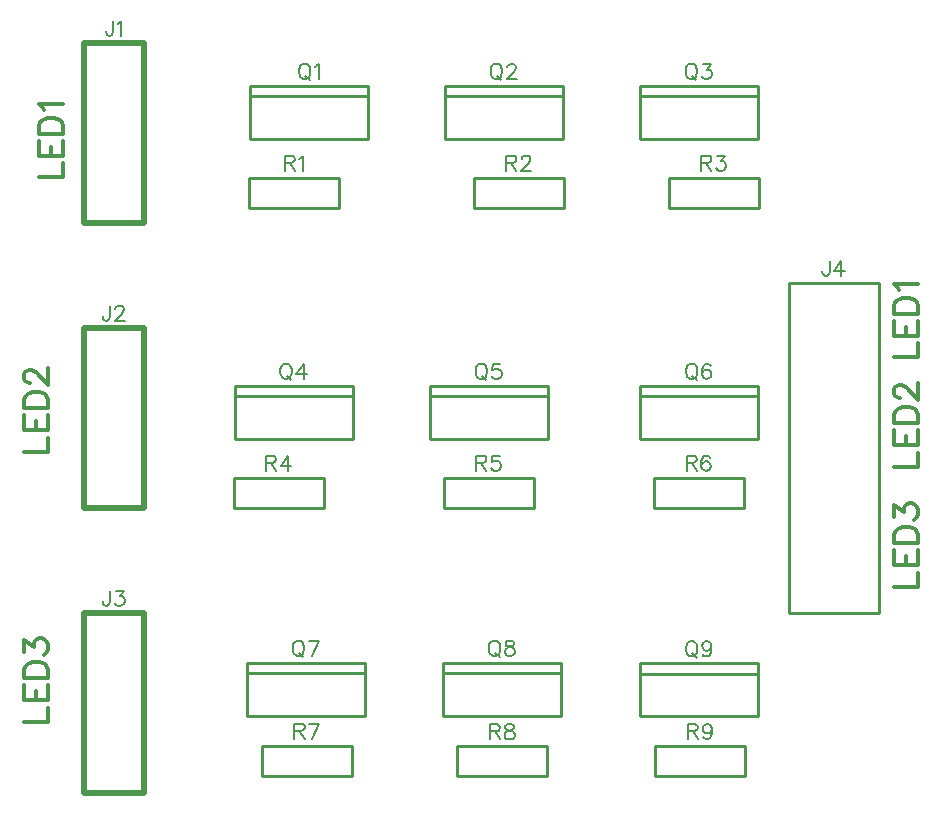
<source format=gbr>
G04 DipTrace 3.2.0.1*
G04 TopSilk.gbr*
%MOIN*%
G04 #@! TF.FileFunction,Legend,Top*
G04 #@! TF.Part,Single*
%ADD10C,0.009843*%
%ADD14C,0.019685*%
%ADD45C,0.00772*%
%ADD46C,0.012351*%
%FSLAX26Y26*%
G04*
G70*
G90*
G75*
G01*
G04 TopSilk*
%LPD*%
X893701Y3143701D2*
D14*
X693701D1*
Y2543701D1*
X893701D1*
Y3143701D1*
Y2193701D2*
X693701D1*
Y1593701D1*
X893701D1*
Y2193701D1*
Y1243701D2*
X693701D1*
Y643701D1*
X893701D1*
Y1243701D1*
X3343701Y2343701D2*
D10*
X3043701D1*
Y1243701D1*
X3343701D1*
Y2343701D1*
X1246850Y3000000D2*
X1640551D1*
Y2822835D1*
X1246850D1*
Y3000000D1*
Y2964567D2*
X1640551D1*
X1896850Y3000000D2*
X2290551D1*
Y2822835D1*
X1896850D1*
Y3000000D1*
Y2964567D2*
X2290551D1*
X2546850Y3000000D2*
X2940551D1*
Y2822835D1*
X2546850D1*
Y3000000D1*
Y2964567D2*
X2940551D1*
X1196850Y2000000D2*
X1590551D1*
Y1822835D1*
X1196850D1*
Y2000000D1*
Y1964567D2*
X1590551D1*
X1846850Y2000000D2*
X2240551D1*
Y1822835D1*
X1846850D1*
Y2000000D1*
Y1964567D2*
X2240551D1*
X2546850Y2000000D2*
X2940551D1*
Y1822835D1*
X2546850D1*
Y2000000D1*
Y1964567D2*
X2940551D1*
X1237278Y1076604D2*
X1630979D1*
Y899438D1*
X1237278D1*
Y1076604D1*
Y1041171D2*
X1630979D1*
X1890713Y1076896D2*
X2284413D1*
Y899731D1*
X1890713D1*
Y1076896D1*
Y1041463D2*
X2284413D1*
X2546551Y1075144D2*
X2940252D1*
Y897979D1*
X2546551D1*
Y1075144D1*
Y1039711D2*
X2940252D1*
X1243621Y2693701D2*
X1543781D1*
Y2593701D2*
Y2693701D1*
X1243621Y2593701D2*
X1543781D1*
X1243621D2*
Y2693701D1*
X1993621D2*
X2293781D1*
Y2593701D2*
Y2693701D1*
X1993621Y2593701D2*
X2293781D1*
X1993621D2*
Y2693701D1*
X2643621D2*
X2943781D1*
Y2593701D2*
Y2693701D1*
X2643621Y2593701D2*
X2943781D1*
X2643621D2*
Y2693701D1*
X1193621Y1693701D2*
X1493781D1*
Y1593701D2*
Y1693701D1*
X1193621Y1593701D2*
X1493781D1*
X1193621D2*
Y1693701D1*
X1893621D2*
X2193781D1*
Y1593701D2*
Y1693701D1*
X1893621Y1593701D2*
X2193781D1*
X1893621D2*
Y1693701D1*
X2593621D2*
X2893781D1*
Y1593701D2*
Y1693701D1*
X2593621Y1593701D2*
X2893781D1*
X2593621D2*
Y1693701D1*
X1287408Y800660D2*
X1587568D1*
Y700660D2*
Y800660D1*
X1287408Y700660D2*
X1587568D1*
X1287408D2*
Y800660D1*
X1938965Y798697D2*
X2239125D1*
Y698697D2*
Y798697D1*
X1938965Y698697D2*
X2239125D1*
X1938965D2*
Y798697D1*
X2598098Y799388D2*
X2898258D1*
Y699388D2*
Y799388D1*
X2598098Y699388D2*
X2898258D1*
X2598098D2*
Y799388D1*
X791950Y3216924D2*
D45*
Y3178677D1*
X789574Y3171492D1*
X787142Y3169116D1*
X782389Y3166684D1*
X777580D1*
X772827Y3169116D1*
X770450Y3171492D1*
X768019Y3178677D1*
Y3183431D1*
X807390Y3207307D2*
X812198Y3209739D1*
X819383Y3216869D1*
Y3166684D1*
X781200Y2266924D2*
Y2228677D1*
X778824Y2221492D1*
X776392Y2219116D1*
X771639Y2216684D1*
X766830D1*
X762077Y2219116D1*
X759701Y2221492D1*
X757269Y2228677D1*
Y2233431D1*
X799071Y2254930D2*
Y2257307D1*
X801448Y2262115D1*
X803825Y2264492D1*
X808633Y2266869D1*
X818195D1*
X822948Y2264492D1*
X825324Y2262115D1*
X827756Y2257307D1*
Y2252554D1*
X825324Y2247745D1*
X820571Y2240616D1*
X796640Y2216684D1*
X830133D1*
X781200Y1316924D2*
Y1278677D1*
X778824Y1271492D1*
X776392Y1269116D1*
X771639Y1266684D1*
X766830D1*
X762077Y1269116D1*
X759701Y1271492D1*
X757269Y1278677D1*
Y1283431D1*
X801448Y1316869D2*
X827701D1*
X813386Y1297745D1*
X820571D1*
X825324Y1295369D1*
X827701Y1292992D1*
X830133Y1285807D1*
Y1281054D1*
X827701Y1273869D1*
X822948Y1269060D1*
X815763Y1266684D1*
X808578D1*
X801448Y1269060D1*
X799071Y1271492D1*
X796640Y1276245D1*
X3180012Y2416924D2*
Y2378677D1*
X3177635Y2371492D1*
X3175204Y2369116D1*
X3170450Y2366684D1*
X3165642D1*
X3160889Y2369116D1*
X3158512Y2371492D1*
X3156080Y2378677D1*
Y2383431D1*
X3219383Y2366684D2*
Y2416869D1*
X3195451Y2383431D1*
X3231321D1*
X1425204Y3073223D2*
X1420450Y3070902D1*
X1415642Y3066093D1*
X1413265Y3061285D1*
X1410834Y3054100D1*
Y3042162D1*
X1413265Y3034977D1*
X1415642Y3030223D1*
X1420450Y3025415D1*
X1425204Y3023038D1*
X1434765D1*
X1439574Y3025415D1*
X1444327Y3030223D1*
X1446703Y3034977D1*
X1449135Y3042162D1*
Y3054100D1*
X1446703Y3061285D1*
X1444327Y3066093D1*
X1439574Y3070902D1*
X1434765Y3073223D1*
X1425204D1*
X1432389Y3032600D2*
X1446703Y3018230D1*
X1464575Y3063606D2*
X1469383Y3066038D1*
X1476568Y3073168D1*
Y3022983D1*
X2064454Y3073223D2*
X2059701Y3070902D1*
X2054892Y3066093D1*
X2052515Y3061285D1*
X2050084Y3054100D1*
Y3042162D1*
X2052515Y3034977D1*
X2054892Y3030223D1*
X2059701Y3025415D1*
X2064454Y3023038D1*
X2074015D1*
X2078824Y3025415D1*
X2083577Y3030223D1*
X2085954Y3034977D1*
X2088385Y3042162D1*
Y3054100D1*
X2085954Y3061285D1*
X2083577Y3066093D1*
X2078824Y3070902D1*
X2074015Y3073223D1*
X2064454D1*
X2071639Y3032600D2*
X2085954Y3018230D1*
X2106256Y3061230D2*
Y3063606D1*
X2108633Y3068415D1*
X2111010Y3070791D1*
X2115818Y3073168D1*
X2125380D1*
X2130133Y3070791D1*
X2132510Y3068415D1*
X2134941Y3063606D1*
Y3058853D1*
X2132510Y3054045D1*
X2127756Y3046915D1*
X2103825Y3022983D1*
X2137318D1*
X2714454Y3073223D2*
X2709701Y3070902D1*
X2704892Y3066093D1*
X2702515Y3061285D1*
X2700084Y3054100D1*
Y3042162D1*
X2702515Y3034977D1*
X2704892Y3030223D1*
X2709701Y3025415D1*
X2714454Y3023038D1*
X2724015D1*
X2728824Y3025415D1*
X2733577Y3030223D1*
X2735954Y3034977D1*
X2738385Y3042162D1*
Y3054100D1*
X2735954Y3061285D1*
X2733577Y3066093D1*
X2728824Y3070902D1*
X2724015Y3073223D1*
X2714454D1*
X2721639Y3032600D2*
X2735954Y3018230D1*
X2758633Y3073168D2*
X2784886D1*
X2770571Y3054045D1*
X2777756D1*
X2782510Y3051668D1*
X2784886Y3049291D1*
X2787318Y3042106D1*
Y3037353D1*
X2784886Y3030168D1*
X2780133Y3025360D1*
X2772948Y3022983D1*
X2765763D1*
X2758633Y3025360D1*
X2756256Y3027792D1*
X2753825Y3032545D1*
X1363265Y2073223D2*
X1358512Y2070902D1*
X1353704Y2066093D1*
X1351327Y2061285D1*
X1348895Y2054100D1*
Y2042162D1*
X1351327Y2034977D1*
X1353704Y2030223D1*
X1358512Y2025415D1*
X1363265Y2023038D1*
X1372827D1*
X1377635Y2025415D1*
X1382389Y2030223D1*
X1384765Y2034977D1*
X1387197Y2042162D1*
Y2054100D1*
X1384765Y2061285D1*
X1382389Y2066093D1*
X1377635Y2070902D1*
X1372827Y2073223D1*
X1363265D1*
X1370450Y2032600D2*
X1384765Y2018230D1*
X1426568Y2022983D2*
Y2073168D1*
X1402636Y2039730D1*
X1438506D1*
X2014454Y2073223D2*
X2009701Y2070902D1*
X2004892Y2066093D1*
X2002515Y2061285D1*
X2000084Y2054100D1*
Y2042162D1*
X2002515Y2034977D1*
X2004892Y2030223D1*
X2009701Y2025415D1*
X2014454Y2023038D1*
X2024015D1*
X2028824Y2025415D1*
X2033577Y2030223D1*
X2035954Y2034977D1*
X2038385Y2042162D1*
Y2054100D1*
X2035954Y2061285D1*
X2033577Y2066093D1*
X2028824Y2070902D1*
X2024015Y2073223D1*
X2014454D1*
X2021639Y2032600D2*
X2035954Y2018230D1*
X2082510Y2073168D2*
X2058633D1*
X2056256Y2051668D1*
X2058633Y2054045D1*
X2065818Y2056476D1*
X2072948D1*
X2080133Y2054045D1*
X2084941Y2049291D1*
X2087318Y2042106D1*
Y2037353D1*
X2084941Y2030168D1*
X2080133Y2025360D1*
X2072948Y2022983D1*
X2065818D1*
X2058633Y2025360D1*
X2056256Y2027792D1*
X2053825Y2032545D1*
X2715670Y2073223D2*
X2710916Y2070902D1*
X2706108Y2066093D1*
X2703731Y2061285D1*
X2701300Y2054100D1*
Y2042162D1*
X2703731Y2034977D1*
X2706108Y2030223D1*
X2710916Y2025415D1*
X2715670Y2023038D1*
X2725231D1*
X2730040Y2025415D1*
X2734793Y2030223D1*
X2737169Y2034977D1*
X2739601Y2042162D1*
Y2054100D1*
X2737169Y2061285D1*
X2734793Y2066093D1*
X2730040Y2070902D1*
X2725231Y2073223D1*
X2715670D1*
X2722855Y2032600D2*
X2737169Y2018230D1*
X2783725Y2066038D2*
X2781349Y2070791D1*
X2774164Y2073168D1*
X2769411D1*
X2762226Y2070791D1*
X2757417Y2063606D1*
X2755041Y2051668D1*
Y2039730D1*
X2757417Y2030168D1*
X2762226Y2025360D1*
X2769411Y2022983D1*
X2771787D1*
X2778917Y2025360D1*
X2783725Y2030168D1*
X2786102Y2037353D1*
Y2039730D1*
X2783725Y2046915D1*
X2778917Y2051668D1*
X2771787Y2054045D1*
X2769411D1*
X2762226Y2051668D1*
X2757417Y2046915D1*
X2755041Y2039730D1*
X1404882Y1149827D2*
X1400128Y1147505D1*
X1395320Y1142697D1*
X1392943Y1137889D1*
X1390511Y1130703D1*
Y1118765D1*
X1392943Y1111580D1*
X1395320Y1106827D1*
X1400128Y1102019D1*
X1404882Y1099642D1*
X1414443D1*
X1419252Y1102019D1*
X1424005Y1106827D1*
X1426381Y1111580D1*
X1428813Y1118765D1*
Y1130703D1*
X1426381Y1137889D1*
X1424005Y1142697D1*
X1419252Y1147505D1*
X1414443Y1149827D1*
X1404882D1*
X1412067Y1109204D2*
X1426381Y1094834D1*
X1453814Y1099587D2*
X1477746Y1149771D1*
X1444252D1*
X2058344Y1150119D2*
X2053590Y1147798D1*
X2048782Y1142990D1*
X2046405Y1138181D1*
X2043973Y1130996D1*
Y1119058D1*
X2046405Y1111873D1*
X2048782Y1107120D1*
X2053590Y1102311D1*
X2058344Y1099935D1*
X2067905D1*
X2072714Y1102311D1*
X2077467Y1107120D1*
X2079843Y1111873D1*
X2082275Y1119058D1*
Y1130996D1*
X2079843Y1138181D1*
X2077467Y1142990D1*
X2072714Y1147798D1*
X2067905Y1150119D1*
X2058344D1*
X2065529Y1109496D2*
X2079843Y1095126D1*
X2109653Y1150064D2*
X2102523Y1147688D1*
X2100091Y1142934D1*
Y1138126D1*
X2102523Y1133373D1*
X2107276Y1130941D1*
X2116838Y1128564D1*
X2124023Y1126188D1*
X2128776Y1121379D1*
X2131153Y1116626D1*
Y1109441D1*
X2128776Y1104688D1*
X2126399Y1102256D1*
X2119214Y1099879D1*
X2109653D1*
X2102523Y1102256D1*
X2100091Y1104688D1*
X2097714Y1109441D1*
Y1116626D1*
X2100091Y1121379D1*
X2104900Y1126188D1*
X2112029Y1128564D1*
X2121591Y1130941D1*
X2126399Y1133373D1*
X2128776Y1138126D1*
Y1142934D1*
X2126399Y1147688D1*
X2119214Y1150064D1*
X2109653D1*
X2715343Y1148367D2*
X2710590Y1146046D1*
X2705781Y1141238D1*
X2703405Y1136429D1*
X2700973Y1129244D1*
Y1117306D1*
X2703405Y1110121D1*
X2705781Y1105368D1*
X2710590Y1100559D1*
X2715343Y1098183D1*
X2724904D1*
X2729713Y1100559D1*
X2734466Y1105368D1*
X2736843Y1110121D1*
X2739274Y1117306D1*
Y1129244D1*
X2736843Y1136429D1*
X2734466Y1141238D1*
X2729713Y1146046D1*
X2724904Y1148367D1*
X2715343D1*
X2722528Y1107744D2*
X2736843Y1093374D1*
X2785830Y1131621D2*
X2783399Y1124436D1*
X2778645Y1119627D1*
X2771460Y1117251D1*
X2769084D1*
X2761899Y1119627D1*
X2757146Y1124436D1*
X2754714Y1131621D1*
Y1133997D1*
X2757146Y1141182D1*
X2761899Y1145936D1*
X2769084Y1148312D1*
X2771460D1*
X2778645Y1145936D1*
X2783399Y1141182D1*
X2785830Y1131621D1*
Y1119627D1*
X2783399Y1107689D1*
X2778645Y1100504D1*
X2771460Y1098127D1*
X2766707D1*
X2759522Y1100504D1*
X2757146Y1105312D1*
X1363238Y2742992D2*
X1384738D1*
X1391923Y2745424D1*
X1394354Y2747801D1*
X1396731Y2752554D1*
Y2757362D1*
X1394354Y2762115D1*
X1391923Y2764547D1*
X1384738Y2766924D1*
X1363238D1*
Y2716684D1*
X1379984Y2742992D2*
X1396731Y2716684D1*
X1412170Y2757307D2*
X1416979Y2759739D1*
X1424164Y2766869D1*
Y2716684D1*
X2102488Y2742992D2*
X2123988D1*
X2131173Y2745424D1*
X2133605Y2747801D1*
X2135981Y2752554D1*
Y2757362D1*
X2133605Y2762115D1*
X2131173Y2764547D1*
X2123988Y2766924D1*
X2102488D1*
Y2716684D1*
X2119234Y2742992D2*
X2135981Y2716684D1*
X2153852Y2754930D2*
Y2757307D1*
X2156229Y2762115D1*
X2158605Y2764492D1*
X2163414Y2766869D1*
X2172976D1*
X2177729Y2764492D1*
X2180105Y2762115D1*
X2182537Y2757307D1*
Y2752554D1*
X2180105Y2747745D1*
X2175352Y2740616D1*
X2151420Y2716684D1*
X2184914D1*
X2752488Y2742992D2*
X2773988D1*
X2781173Y2745424D1*
X2783605Y2747801D1*
X2785981Y2752554D1*
Y2757362D1*
X2783605Y2762115D1*
X2781173Y2764547D1*
X2773988Y2766924D1*
X2752488D1*
Y2716684D1*
X2769234Y2742992D2*
X2785981Y2716684D1*
X2806229Y2766869D2*
X2832482D1*
X2818167Y2747745D1*
X2825352D1*
X2830105Y2745369D1*
X2832482Y2742992D1*
X2834914Y2735807D1*
Y2731054D1*
X2832482Y2723869D1*
X2827729Y2719060D1*
X2820544Y2716684D1*
X2813359D1*
X2806229Y2719060D1*
X2803852Y2721492D1*
X2801420Y2726245D1*
X1301300Y1742992D2*
X1322799D1*
X1329984Y1745424D1*
X1332416Y1747801D1*
X1334793Y1752554D1*
Y1757362D1*
X1332416Y1762115D1*
X1329984Y1764547D1*
X1322799Y1766924D1*
X1301300D1*
Y1716684D1*
X1318046Y1742992D2*
X1334793Y1716684D1*
X1374164D2*
Y1766869D1*
X1350232Y1733431D1*
X1386102D1*
X2002488Y1742992D2*
X2023988D1*
X2031173Y1745424D1*
X2033605Y1747801D1*
X2035981Y1752554D1*
Y1757362D1*
X2033605Y1762115D1*
X2031173Y1764547D1*
X2023988Y1766924D1*
X2002488D1*
Y1716684D1*
X2019234Y1742992D2*
X2035981Y1716684D1*
X2080105Y1766869D2*
X2056229D1*
X2053852Y1745369D1*
X2056229Y1747745D1*
X2063414Y1750177D1*
X2070544D1*
X2077729Y1747745D1*
X2082537Y1742992D1*
X2084914Y1735807D1*
Y1731054D1*
X2082537Y1723869D1*
X2077729Y1719060D1*
X2070544Y1716684D1*
X2063414D1*
X2056229Y1719060D1*
X2053852Y1721492D1*
X2051420Y1726245D1*
X2703704Y1742992D2*
X2725204D1*
X2732389Y1745424D1*
X2734821Y1747801D1*
X2737197Y1752554D1*
Y1757362D1*
X2734821Y1762115D1*
X2732389Y1764547D1*
X2725204Y1766924D1*
X2703704D1*
Y1716684D1*
X2720450Y1742992D2*
X2737197Y1716684D1*
X2781321Y1759739D2*
X2778945Y1764492D1*
X2771760Y1766869D1*
X2767006D1*
X2759821Y1764492D1*
X2755013Y1757307D1*
X2752636Y1745369D1*
Y1733431D1*
X2755013Y1723869D1*
X2759821Y1719060D1*
X2767006Y1716684D1*
X2769383D1*
X2776513Y1719060D1*
X2781321Y1723869D1*
X2783698Y1731054D1*
Y1733431D1*
X2781321Y1740616D1*
X2776513Y1745369D1*
X2769383Y1747745D1*
X2767006D1*
X2759821Y1745369D1*
X2755013Y1740616D1*
X2752636Y1733431D1*
X1396275Y849951D2*
X1417775D1*
X1424960Y852383D1*
X1427392Y854760D1*
X1429769Y859513D1*
Y864322D1*
X1427392Y869075D1*
X1424960Y871507D1*
X1417775Y873883D1*
X1396275D1*
Y823643D1*
X1413022Y849951D2*
X1429769Y823643D1*
X1454769D2*
X1478701Y873828D1*
X1445208D1*
X2047859Y847988D2*
X2069359D1*
X2076544Y850420D1*
X2078976Y852797D1*
X2081353Y857550D1*
Y862358D1*
X2078976Y867111D1*
X2076544Y869543D1*
X2069359Y871920D1*
X2047859D1*
Y821680D1*
X2064606Y847988D2*
X2081353Y821680D1*
X2108730Y871865D2*
X2101600Y869488D1*
X2099168Y864735D1*
Y859926D1*
X2101600Y855173D1*
X2106354Y852741D1*
X2115915Y850365D1*
X2123100Y847988D1*
X2127853Y843180D1*
X2130230Y838427D1*
Y831242D1*
X2127853Y826488D1*
X2125477Y824057D1*
X2118292Y821680D1*
X2108730D1*
X2101600Y824057D1*
X2099168Y826488D1*
X2096792Y831242D1*
Y838427D1*
X2099168Y843180D1*
X2103977Y847988D1*
X2111107Y850365D1*
X2120668Y852741D1*
X2125477Y855173D1*
X2127853Y859926D1*
Y864735D1*
X2125477Y869488D1*
X2118292Y871865D1*
X2108730D1*
X2708154Y848680D2*
X2729654D1*
X2736839Y851112D1*
X2739271Y853488D1*
X2741647Y858241D1*
Y863050D1*
X2739271Y867803D1*
X2736839Y870235D1*
X2729654Y872612D1*
X2708154D1*
Y822372D1*
X2724900Y848680D2*
X2741647Y822372D1*
X2788203Y855865D2*
X2785771Y848680D1*
X2781018Y843871D1*
X2773833Y841495D1*
X2771456D1*
X2764271Y843871D1*
X2759518Y848680D1*
X2757086Y855865D1*
Y858241D1*
X2759518Y865426D1*
X2764271Y870180D1*
X2771456Y872556D1*
X2773833D1*
X2781018Y870180D1*
X2785771Y865426D1*
X2788203Y855865D1*
Y843871D1*
X2785771Y831933D1*
X2781018Y824748D1*
X2773833Y822372D1*
X2769080D1*
X2761895Y824748D1*
X2759518Y829557D1*
X3394934Y2095413D2*
D46*
X3475318D1*
X3475319Y2141309D1*
X3394934Y2215710D2*
Y2166012D1*
X3475318D1*
Y2215710D1*
X3433225Y2166012D2*
Y2196609D1*
X3394934Y2240413D2*
X3475318D1*
Y2267208D1*
X3471427Y2278704D1*
X3463822Y2286397D1*
X3456129Y2290200D1*
X3444721Y2294002D1*
X3425532D1*
X3414036Y2290200D1*
X3406431Y2286397D1*
X3398737Y2278704D1*
X3394934Y2267208D1*
Y2240413D1*
X3410322Y2318705D2*
X3406431Y2326399D1*
X3395023Y2337895D1*
X3475318D1*
X3395770Y1730650D2*
X3476154D1*
Y1776545D1*
X3395770Y1850946D2*
Y1801248D1*
X3476154D1*
Y1850946D1*
X3434061Y1801248D2*
Y1831845D1*
X3395770Y1875649D2*
X3476154D1*
Y1902444D1*
X3472263Y1913940D1*
X3464658Y1921633D1*
X3456965Y1925436D1*
X3445557Y1929239D1*
X3426368D1*
X3414872Y1925436D1*
X3407267Y1921634D1*
X3399573Y1913940D1*
X3395770Y1902444D1*
Y1875649D1*
X3414960Y1957832D2*
X3411157D1*
X3403464Y1961635D1*
X3399661Y1965437D1*
X3395859Y1973131D1*
Y1988430D1*
X3399661Y1996035D1*
X3403464Y1999837D1*
X3411157Y2003728D1*
X3418763D1*
X3426456Y1999837D1*
X3437864Y1992232D1*
X3476154Y1953941D1*
Y2007531D1*
X3395770Y1330650D2*
X3476154D1*
Y1376545D1*
X3395770Y1450946D2*
Y1401248D1*
X3476154D1*
Y1450946D1*
X3434061Y1401248D2*
Y1431845D1*
X3395770Y1475649D2*
X3476154D1*
Y1502444D1*
X3472263Y1513940D1*
X3464658Y1521633D1*
X3456965Y1525436D1*
X3445557Y1529239D1*
X3426368D1*
X3414872Y1525436D1*
X3407267Y1521634D1*
X3399573Y1513940D1*
X3395770Y1502444D1*
Y1475649D1*
X3395859Y1561635D2*
Y1603640D1*
X3426456Y1580736D1*
Y1592232D1*
X3430259Y1599837D1*
X3434061Y1603640D1*
X3445557Y1607531D1*
X3453162D1*
X3464658Y1603640D1*
X3472352Y1596035D1*
X3476154Y1584539D1*
Y1573043D1*
X3472352Y1561635D1*
X3468461Y1557832D1*
X3460856Y1553941D1*
X544934Y2695413D2*
X625318D1*
X625319Y2741309D1*
X544934Y2815710D2*
Y2766012D1*
X625318D1*
Y2815710D1*
X583225Y2766012D2*
Y2796609D1*
X544934Y2840413D2*
X625318D1*
Y2867208D1*
X621427Y2878704D1*
X613822Y2886397D1*
X606129Y2890200D1*
X594721Y2894002D1*
X575532D1*
X564036Y2890200D1*
X556431Y2886397D1*
X548737Y2878704D1*
X544934Y2867208D1*
Y2840413D1*
X560322Y2918705D2*
X556431Y2926399D1*
X545023Y2937895D1*
X625318D1*
X495770Y1780650D2*
X576154D1*
Y1826545D1*
X495770Y1900946D2*
Y1851248D1*
X576154D1*
Y1900946D1*
X534061Y1851248D2*
Y1881845D1*
X495770Y1925649D2*
X576154D1*
Y1952444D1*
X572263Y1963940D1*
X564658Y1971633D1*
X556965Y1975436D1*
X545557Y1979239D1*
X526368D1*
X514872Y1975436D1*
X507267Y1971634D1*
X499573Y1963940D1*
X495770Y1952444D1*
Y1925649D1*
X514960Y2007832D2*
X511157D1*
X503464Y2011635D1*
X499661Y2015437D1*
X495859Y2023131D1*
Y2038430D1*
X499661Y2046035D1*
X503464Y2049837D1*
X511157Y2053728D1*
X518763D1*
X526456Y2049837D1*
X537864Y2042232D1*
X576154Y2003941D1*
Y2057531D1*
X495770Y880650D2*
X576154D1*
Y926545D1*
X495770Y1000946D2*
Y951248D1*
X576154D1*
Y1000946D1*
X534061Y951248D2*
Y981845D1*
X495770Y1025649D2*
X576154D1*
Y1052444D1*
X572263Y1063940D1*
X564658Y1071633D1*
X556965Y1075436D1*
X545557Y1079239D1*
X526368D1*
X514872Y1075436D1*
X507267Y1071634D1*
X499573Y1063940D1*
X495770Y1052444D1*
Y1025649D1*
X495859Y1111635D2*
Y1153640D1*
X526456Y1130736D1*
Y1142232D1*
X530259Y1149837D1*
X534061Y1153640D1*
X545557Y1157531D1*
X553162D1*
X564658Y1153640D1*
X572352Y1146035D1*
X576154Y1134539D1*
Y1123043D1*
X572352Y1111635D1*
X568461Y1107832D1*
X560856Y1103941D1*
M02*

</source>
